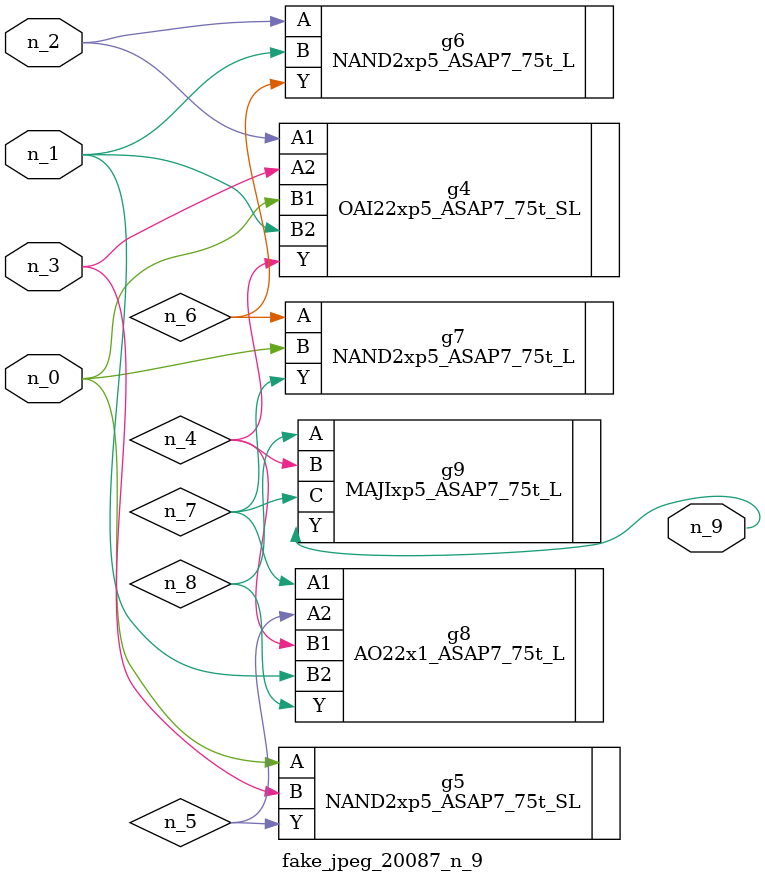
<source format=v>
module fake_jpeg_20087_n_9 (n_0, n_3, n_2, n_1, n_9);

input n_0;
input n_3;
input n_2;
input n_1;

output n_9;

wire n_4;
wire n_8;
wire n_6;
wire n_5;
wire n_7;

OAI22xp5_ASAP7_75t_SL g4 ( 
.A1(n_2),
.A2(n_3),
.B1(n_0),
.B2(n_1),
.Y(n_4)
);

NAND2xp5_ASAP7_75t_SL g5 ( 
.A(n_0),
.B(n_3),
.Y(n_5)
);

NAND2xp5_ASAP7_75t_L g6 ( 
.A(n_2),
.B(n_1),
.Y(n_6)
);

NAND2xp5_ASAP7_75t_L g7 ( 
.A(n_6),
.B(n_0),
.Y(n_7)
);

AO22x1_ASAP7_75t_L g8 ( 
.A1(n_7),
.A2(n_5),
.B1(n_4),
.B2(n_1),
.Y(n_8)
);

MAJIxp5_ASAP7_75t_L g9 ( 
.A(n_8),
.B(n_4),
.C(n_7),
.Y(n_9)
);


endmodule
</source>
